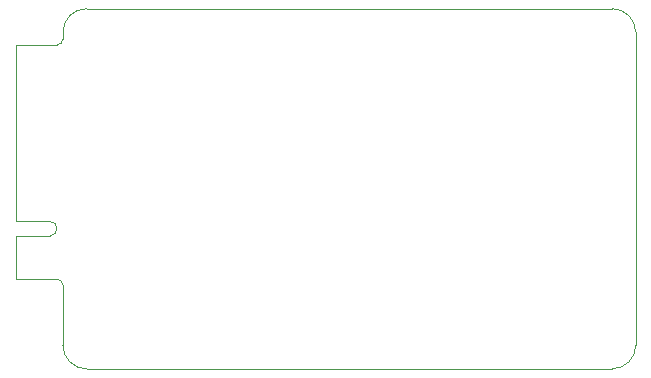
<source format=gbr>
%TF.GenerationSoftware,Altium Limited,Altium Designer,21.0.9 (235)*%
G04 Layer_Color=0*
%FSLAX45Y45*%
%MOMM*%
%TF.SameCoordinates,AC475015-D6B4-46CC-9676-AAA7C481E667*%
%TF.FilePolarity,Positive*%
%TF.FileFunction,Profile,NP*%
%TF.Part,Single*%
G01*
G75*
%TA.AperFunction,Profile*%
%ADD31C,0.02540*%
D31*
X-324999Y-1922500D02*
X-34999D01*
D02*
G03*
X-34999Y-1802500I0J60000D01*
G01*
X-324999D01*
Y-307500D01*
X25001D01*
Y-307500D01*
D02*
G03*
X75001Y-257500I0J50000D01*
G01*
Y-200002D01*
X74998D01*
D02*
G02*
X274998Y-2I200000J-0D01*
G01*
X275000Y-2D01*
X4724999D01*
Y-2D01*
D02*
G02*
X4924999Y-200002I-0J-200000D01*
G01*
X4924998Y-200002D01*
Y-2850000D01*
D02*
G02*
X4724998Y-3050000I-200000J0D01*
G01*
X275000D01*
D02*
G02*
X75000Y-2850000I0J200000D01*
G01*
X75001D01*
Y-2342500D01*
D02*
G03*
X25001Y-2292500I-50000J0D01*
G01*
Y-2292500D01*
X-324999D01*
Y-1922500D01*
%TF.MD5,a266b8d88db45de30c07ae9eb8bf8398*%
M02*

</source>
